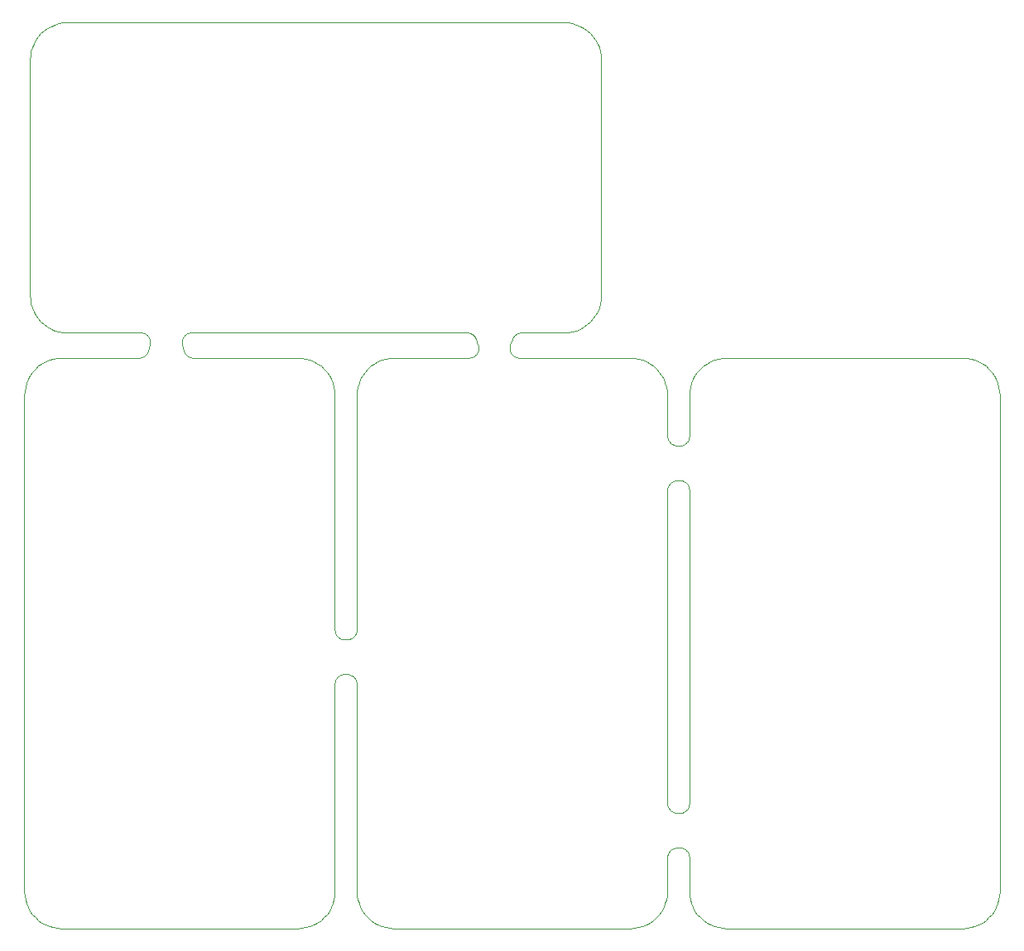
<source format=gko>
%MOIN*%
%OFA0B0*%
%FSLAX44Y44*%
%IPPOS*%
%LPD*%
%ADD10C,0*%
D10*
X00006730Y00024015D02*
X00006730Y00024015D01*
X00017811Y00024015D01*
X00017835Y00024015D01*
X00017859Y00024012D01*
X00017883Y00024009D01*
X00017907Y00024003D01*
X00017930Y00023997D01*
X00017953Y00023989D01*
X00017975Y00023979D01*
X00017997Y00023969D01*
X00018018Y00023956D01*
X00018038Y00023943D01*
X00018057Y00023929D01*
X00018076Y00023913D01*
X00018093Y00023896D01*
X00018109Y00023878D01*
X00018124Y00023859D01*
X00018139Y00023840D01*
X00018151Y00023819D01*
X00018163Y00023798D01*
X00018173Y00023776D01*
X00018182Y00023753D01*
X00018263Y00023525D01*
X00018274Y00023489D01*
X00018281Y00023452D01*
X00018285Y00023414D01*
X00018285Y00023377D01*
X00018282Y00023339D01*
X00018275Y00023302D01*
X00018264Y00023266D01*
X00018250Y00023231D01*
X00018233Y00023198D01*
X00018213Y00023166D01*
X00018190Y00023136D01*
X00018164Y00023109D01*
X00018136Y00023084D01*
X00018105Y00023062D01*
X00018073Y00023044D01*
X00018038Y00023028D01*
X00018003Y00023016D01*
X00017966Y00023007D01*
X00017929Y00023001D01*
X00017892Y00023000D01*
X00014885Y00023000D01*
X00014717Y00022990D01*
X00014552Y00022962D01*
X00014390Y00022915D01*
X00014234Y00022851D01*
X00014087Y00022770D01*
X00013950Y00022672D01*
X00013825Y00022560D01*
X00013713Y00022435D01*
X00013615Y00022298D01*
X00013534Y00022150D01*
X00013469Y00021995D01*
X00013423Y00021833D01*
X00013395Y00021667D01*
X00013385Y00021500D01*
X00013385Y00012042D01*
X00013384Y00012012D01*
X00013381Y00011982D01*
X00013375Y00011953D01*
X00013367Y00011924D01*
X00013357Y00011896D01*
X00013345Y00011869D01*
X00013331Y00011843D01*
X00013315Y00011818D01*
X00013297Y00011794D01*
X00013278Y00011771D01*
X00013256Y00011750D01*
X00013234Y00011731D01*
X00013209Y00011714D01*
X00013184Y00011698D01*
X00013157Y00011685D01*
X00013130Y00011673D01*
X00013102Y00011664D01*
X00013073Y00011657D01*
X00013043Y00011651D01*
X00013014Y00011649D01*
X00012915Y00011643D01*
X00012883Y00011643D01*
X00012851Y00011645D01*
X00012820Y00011649D01*
X00012788Y00011657D01*
X00012758Y00011666D01*
X00012728Y00011679D01*
X00012700Y00011693D01*
X00012673Y00011710D01*
X00012647Y00011729D01*
X00012623Y00011750D01*
X00012600Y00011773D01*
X00012580Y00011798D01*
X00012562Y00011824D01*
X00012545Y00011852D01*
X00012532Y00011880D01*
X00012520Y00011910D01*
X00012511Y00011941D01*
X00012505Y00011972D01*
X00012501Y00012004D01*
X00012499Y00012036D01*
X00012499Y00021500D01*
X00012490Y00021667D01*
X00012462Y00021833D01*
X00012415Y00021995D01*
X00012351Y00022150D01*
X00012270Y00022298D01*
X00012172Y00022435D01*
X00012060Y00022560D01*
X00011935Y00022672D01*
X00011798Y00022770D01*
X00011650Y00022851D01*
X00011495Y00022915D01*
X00011333Y00022962D01*
X00011167Y00022990D01*
X00011000Y00023000D01*
X00006797Y00023000D01*
X00006771Y00023000D01*
X00006746Y00023003D01*
X00006721Y00023007D01*
X00006696Y00023012D01*
X00006672Y00023020D01*
X00006648Y00023029D01*
X00006625Y00023039D01*
X00006603Y00023051D01*
X00006581Y00023064D01*
X00006560Y00023078D01*
X00006541Y00023094D01*
X00006522Y00023111D01*
X00006504Y00023130D01*
X00006488Y00023149D01*
X00006473Y00023169D01*
X00006459Y00023191D01*
X00006447Y00023213D01*
X00006436Y00023236D01*
X00006426Y00023259D01*
X00006419Y00023283D01*
X00006352Y00023512D01*
X00006344Y00023547D01*
X00006338Y00023583D01*
X00006336Y00023620D01*
X00006338Y00023656D01*
X00006343Y00023692D01*
X00006351Y00023728D01*
X00006362Y00023762D01*
X00006377Y00023796D01*
X00006395Y00023828D01*
X00006415Y00023858D01*
X00006438Y00023886D01*
X00006464Y00023912D01*
X00006492Y00023935D01*
X00006522Y00023956D01*
X00006554Y00023974D01*
X00006587Y00023988D01*
X00006622Y00024000D01*
X00006658Y00024009D01*
X00006694Y00024014D01*
X00006730Y00024015D01*
X00026771Y00019849D02*
X00026771Y00019849D01*
X00026770Y00019817D01*
X00026766Y00019784D01*
X00026759Y00019752D01*
X00026750Y00019721D01*
X00026738Y00019690D01*
X00026723Y00019661D01*
X00026706Y00019633D01*
X00026687Y00019606D01*
X00026666Y00019581D01*
X00026643Y00019558D01*
X00026618Y00019537D01*
X00026591Y00019519D01*
X00026563Y00019502D01*
X00026533Y00019488D01*
X00026503Y00019476D01*
X00026471Y00019467D01*
X00026439Y00019461D01*
X00026407Y00019457D01*
X00026374Y00019456D01*
X00026341Y00019457D01*
X00026243Y00019466D01*
X00026214Y00019470D01*
X00026185Y00019476D01*
X00026157Y00019484D01*
X00026130Y00019494D01*
X00026104Y00019506D01*
X00026078Y00019520D01*
X00026054Y00019536D01*
X00026030Y00019553D01*
X00026008Y00019572D01*
X00025988Y00019593D01*
X00025969Y00019615D01*
X00025952Y00019639D01*
X00025937Y00019664D01*
X00025923Y00019689D01*
X00025912Y00019716D01*
X00025902Y00019744D01*
X00025895Y00019772D01*
X00025890Y00019800D01*
X00025886Y00019829D01*
X00025885Y00019858D01*
X00025885Y00021500D01*
X00025876Y00021667D01*
X00025848Y00021833D01*
X00025801Y00021995D01*
X00025737Y00022150D01*
X00025655Y00022298D01*
X00025558Y00022435D01*
X00025446Y00022560D01*
X00025321Y00022672D01*
X00025183Y00022770D01*
X00025036Y00022851D01*
X00024881Y00022915D01*
X00024719Y00022962D01*
X00024553Y00022990D01*
X00024385Y00023000D01*
X00019935Y00023000D01*
X00019897Y00023001D01*
X00019860Y00023007D01*
X00019824Y00023016D01*
X00019788Y00023028D01*
X00019754Y00023044D01*
X00019721Y00023062D01*
X00019691Y00023084D01*
X00019663Y00023109D01*
X00019637Y00023136D01*
X00019613Y00023166D01*
X00019593Y00023198D01*
X00019576Y00023231D01*
X00019562Y00023266D01*
X00019552Y00023302D01*
X00019545Y00023339D01*
X00019542Y00023377D01*
X00019542Y00023414D01*
X00019546Y00023452D01*
X00019553Y00023489D01*
X00019564Y00023525D01*
X00019645Y00023753D01*
X00019654Y00023776D01*
X00019664Y00023798D01*
X00019675Y00023819D01*
X00019688Y00023840D01*
X00019702Y00023859D01*
X00019717Y00023878D01*
X00019734Y00023896D01*
X00019751Y00023913D01*
X00019769Y00023929D01*
X00019789Y00023943D01*
X00019809Y00023956D01*
X00019830Y00023969D01*
X00019852Y00023979D01*
X00019874Y00023989D01*
X00019897Y00023997D01*
X00019920Y00024003D01*
X00019944Y00024009D01*
X00019968Y00024012D01*
X00019992Y00024015D01*
X00020016Y00024015D01*
X00021728Y00024015D01*
X00021896Y00024025D01*
X00022062Y00024053D01*
X00022223Y00024099D01*
X00022379Y00024164D01*
X00022526Y00024245D01*
X00022663Y00024343D01*
X00022789Y00024455D01*
X00022901Y00024580D01*
X00022998Y00024717D01*
X00023079Y00024864D01*
X00023144Y00025020D01*
X00023190Y00025181D01*
X00023218Y00025347D01*
X00023228Y00025515D01*
X00023228Y00035015D01*
X00023218Y00035183D01*
X00023190Y00035349D01*
X00023144Y00035511D01*
X00023079Y00035666D01*
X00022998Y00035813D01*
X00022901Y00035950D01*
X00022789Y00036076D01*
X00022663Y00036188D01*
X00022526Y00036285D01*
X00022379Y00036367D01*
X00022223Y00036431D01*
X00022062Y00036478D01*
X00021896Y00036506D01*
X00021728Y00036515D01*
X00001728Y00036515D01*
X00001560Y00036506D01*
X00001394Y00036478D01*
X00001232Y00036431D01*
X00001077Y00036367D01*
X00000930Y00036285D01*
X00000793Y00036188D01*
X00000667Y00036076D01*
X00000555Y00035950D01*
X00000458Y00035813D01*
X00000376Y00035666D01*
X00000312Y00035511D01*
X00000265Y00035349D01*
X00000237Y00035183D01*
X00000228Y00035015D01*
X00000228Y00025515D01*
X00000237Y00025347D01*
X00000265Y00025181D01*
X00000312Y00025020D01*
X00000376Y00024864D01*
X00000458Y00024717D01*
X00000555Y00024580D01*
X00000667Y00024455D01*
X00000793Y00024343D01*
X00000930Y00024245D01*
X00001077Y00024164D01*
X00001232Y00024099D01*
X00001394Y00024053D01*
X00001560Y00024025D01*
X00001728Y00024015D01*
X00004670Y00024015D01*
X00004706Y00024014D01*
X00004742Y00024009D01*
X00004778Y00024000D01*
X00004812Y00023988D01*
X00004846Y00023974D01*
X00004877Y00023956D01*
X00004907Y00023935D01*
X00004935Y00023912D01*
X00004961Y00023886D01*
X00004984Y00023858D01*
X00005005Y00023828D01*
X00005023Y00023796D01*
X00005037Y00023762D01*
X00005049Y00023728D01*
X00005057Y00023692D01*
X00005062Y00023656D01*
X00005063Y00023620D01*
X00005061Y00023583D01*
X00005056Y00023547D01*
X00005048Y00023512D01*
X00004981Y00023283D01*
X00004973Y00023259D01*
X00004964Y00023236D01*
X00004953Y00023213D01*
X00004941Y00023191D01*
X00004927Y00023169D01*
X00004912Y00023149D01*
X00004895Y00023130D01*
X00004878Y00023111D01*
X00004859Y00023094D01*
X00004839Y00023078D01*
X00004819Y00023064D01*
X00004797Y00023051D01*
X00004775Y00023039D01*
X00004751Y00023029D01*
X00004728Y00023020D01*
X00004703Y00023012D01*
X00004679Y00023007D01*
X00004654Y00023003D01*
X00004628Y00023000D01*
X00004603Y00023000D01*
X00001500Y00023000D01*
X00001332Y00022990D01*
X00001166Y00022962D01*
X00001004Y00022915D01*
X00000849Y00022851D01*
X00000701Y00022770D01*
X00000564Y00022672D01*
X00000439Y00022560D01*
X00000327Y00022435D01*
X00000229Y00022298D01*
X00000148Y00022150D01*
X00000084Y00021995D01*
X00000037Y00021833D01*
X00000009Y00021667D01*
X00000000Y00021500D01*
X00000000Y00001499D01*
X00000009Y00001332D01*
X00000037Y00001166D01*
X00000084Y00001004D01*
X00000148Y00000849D01*
X00000229Y00000701D01*
X00000327Y00000564D01*
X00000439Y00000439D01*
X00000564Y00000327D01*
X00000701Y00000229D01*
X00000849Y00000148D01*
X00001004Y00000084D01*
X00001166Y00000037D01*
X00001332Y00000009D01*
X00001500Y00000000D01*
X00011000Y00000000D01*
X00011167Y00000009D01*
X00011333Y00000037D01*
X00011495Y00000084D01*
X00011650Y00000148D01*
X00011798Y00000229D01*
X00011935Y00000327D01*
X00012060Y00000439D01*
X00012172Y00000564D01*
X00012270Y00000701D01*
X00012351Y00000849D01*
X00012415Y00001004D01*
X00012462Y00001166D01*
X00012490Y00001332D01*
X00012499Y00001499D01*
X00012499Y00009852D01*
X00012501Y00009884D01*
X00012505Y00009916D01*
X00012511Y00009947D01*
X00012520Y00009978D01*
X00012532Y00010008D01*
X00012545Y00010037D01*
X00012562Y00010064D01*
X00012580Y00010090D01*
X00012600Y00010115D01*
X00012623Y00010138D01*
X00012647Y00010159D01*
X00012673Y00010178D01*
X00012700Y00010195D01*
X00012728Y00010210D01*
X00012758Y00010222D01*
X00012788Y00010232D01*
X00012820Y00010239D01*
X00012851Y00010243D01*
X00012883Y00010246D01*
X00012915Y00010245D01*
X00013014Y00010240D01*
X00013043Y00010237D01*
X00013073Y00010232D01*
X00013102Y00010224D01*
X00013130Y00010215D01*
X00013157Y00010203D01*
X00013184Y00010190D01*
X00013209Y00010174D01*
X00013234Y00010157D01*
X00013256Y00010138D01*
X00013278Y00010117D01*
X00013297Y00010094D01*
X00013315Y00010071D01*
X00013331Y00010046D01*
X00013345Y00010019D01*
X00013357Y00009992D01*
X00013367Y00009964D01*
X00013375Y00009935D01*
X00013381Y00009906D01*
X00013384Y00009876D01*
X00013385Y00009846D01*
X00013385Y00001499D01*
X00013395Y00001332D01*
X00013423Y00001166D01*
X00013469Y00001004D01*
X00013534Y00000849D01*
X00013615Y00000701D01*
X00013713Y00000564D01*
X00013825Y00000439D01*
X00013950Y00000327D01*
X00014087Y00000229D01*
X00014234Y00000148D01*
X00014390Y00000084D01*
X00014552Y00000037D01*
X00014717Y00000009D01*
X00014885Y00000000D01*
X00024385Y00000000D01*
X00024553Y00000009D01*
X00024719Y00000037D01*
X00024881Y00000084D01*
X00025036Y00000148D01*
X00025183Y00000229D01*
X00025321Y00000327D01*
X00025446Y00000439D01*
X00025558Y00000564D01*
X00025655Y00000701D01*
X00025737Y00000849D01*
X00025801Y00001004D01*
X00025848Y00001166D01*
X00025876Y00001332D01*
X00025885Y00001499D01*
X00025885Y00002852D01*
X00025886Y00002881D01*
X00025890Y00002910D01*
X00025895Y00002939D01*
X00025902Y00002967D01*
X00025912Y00002995D01*
X00025923Y00003021D01*
X00025937Y00003047D01*
X00025952Y00003072D01*
X00025969Y00003095D01*
X00025988Y00003118D01*
X00026008Y00003138D01*
X00026030Y00003158D01*
X00026054Y00003175D01*
X00026078Y00003191D01*
X00026104Y00003205D01*
X00026130Y00003217D01*
X00026157Y00003227D01*
X00026185Y00003235D01*
X00026214Y00003241D01*
X00026243Y00003244D01*
X00026341Y00003253D01*
X00026374Y00003255D01*
X00026407Y00003254D01*
X00026439Y00003250D01*
X00026471Y00003244D01*
X00026503Y00003235D01*
X00026533Y00003223D01*
X00026563Y00003209D01*
X00026591Y00003192D01*
X00026618Y00003173D01*
X00026643Y00003152D01*
X00026666Y00003129D01*
X00026687Y00003104D01*
X00026706Y00003078D01*
X00026723Y00003050D01*
X00026738Y00003020D01*
X00026750Y00002990D01*
X00026759Y00002959D01*
X00026766Y00002927D01*
X00026770Y00002894D01*
X00026771Y00002861D01*
X00026771Y00001499D01*
X00026781Y00001332D01*
X00026809Y00001166D01*
X00026855Y00001004D01*
X00026920Y00000849D01*
X00027001Y00000701D01*
X00027098Y00000564D01*
X00027210Y00000439D01*
X00027336Y00000327D01*
X00027473Y00000229D01*
X00027620Y00000148D01*
X00027776Y00000084D01*
X00027937Y00000037D01*
X00028103Y00000009D01*
X00028271Y00000000D01*
X00037771Y00000000D01*
X00037939Y00000009D01*
X00038105Y00000037D01*
X00038267Y00000084D01*
X00038422Y00000148D01*
X00038569Y00000229D01*
X00038706Y00000327D01*
X00038832Y00000439D01*
X00038944Y00000564D01*
X00039041Y00000701D01*
X00039123Y00000849D01*
X00039187Y00001004D01*
X00039234Y00001166D01*
X00039262Y00001332D01*
X00039271Y00001499D01*
X00039271Y00021500D01*
X00039262Y00021667D01*
X00039234Y00021833D01*
X00039187Y00021995D01*
X00039123Y00022150D01*
X00039041Y00022298D01*
X00038944Y00022435D01*
X00038832Y00022560D01*
X00038706Y00022672D01*
X00038569Y00022770D01*
X00038422Y00022851D01*
X00038267Y00022915D01*
X00038105Y00022962D01*
X00037939Y00022990D01*
X00037771Y00023000D01*
X00028271Y00023000D01*
X00028103Y00022990D01*
X00027937Y00022962D01*
X00027776Y00022915D01*
X00027620Y00022851D01*
X00027473Y00022770D01*
X00027336Y00022672D01*
X00027210Y00022560D01*
X00027098Y00022435D01*
X00027001Y00022298D01*
X00026920Y00022150D01*
X00026855Y00021995D01*
X00026809Y00021833D01*
X00026781Y00021667D01*
X00026771Y00021500D01*
X00026771Y00019849D01*
X00026771Y00005042D02*
X00026771Y00005042D01*
X00026770Y00005009D01*
X00026766Y00004977D01*
X00026759Y00004945D01*
X00026750Y00004913D01*
X00026738Y00004883D01*
X00026723Y00004854D01*
X00026706Y00004826D01*
X00026687Y00004799D01*
X00026666Y00004774D01*
X00026643Y00004751D01*
X00026618Y00004730D01*
X00026591Y00004711D01*
X00026563Y00004695D01*
X00026533Y00004680D01*
X00026503Y00004669D01*
X00026471Y00004660D01*
X00026439Y00004653D01*
X00026407Y00004649D01*
X00026374Y00004648D01*
X00026341Y00004650D01*
X00026243Y00004659D01*
X00026214Y00004663D01*
X00026185Y00004669D01*
X00026157Y00004677D01*
X00026130Y00004687D01*
X00026104Y00004699D01*
X00026078Y00004713D01*
X00026054Y00004728D01*
X00026030Y00004746D01*
X00026008Y00004765D01*
X00025988Y00004786D01*
X00025969Y00004808D01*
X00025952Y00004832D01*
X00025937Y00004856D01*
X00025923Y00004882D01*
X00025912Y00004909D01*
X00025902Y00004936D01*
X00025895Y00004965D01*
X00025890Y00004993D01*
X00025886Y00005022D01*
X00025885Y00005051D01*
X00025885Y00017660D01*
X00025886Y00017689D01*
X00025890Y00017718D01*
X00025895Y00017746D01*
X00025902Y00017774D01*
X00025912Y00017802D01*
X00025923Y00017829D01*
X00025937Y00017854D01*
X00025952Y00017879D01*
X00025969Y00017903D01*
X00025988Y00017925D01*
X00026008Y00017946D01*
X00026030Y00017965D01*
X00026054Y00017982D01*
X00026078Y00017998D01*
X00026104Y00018012D01*
X00026130Y00018024D01*
X00026157Y00018034D01*
X00026185Y00018042D01*
X00026214Y00018048D01*
X00026243Y00018052D01*
X00026341Y00018061D01*
X00026374Y00018062D01*
X00026407Y00018061D01*
X00026439Y00018058D01*
X00026471Y00018051D01*
X00026503Y00018042D01*
X00026533Y00018030D01*
X00026563Y00018016D01*
X00026591Y00018000D01*
X00026618Y00017981D01*
X00026643Y00017960D01*
X00026666Y00017937D01*
X00026687Y00017912D01*
X00026706Y00017885D01*
X00026723Y00017857D01*
X00026738Y00017828D01*
X00026750Y00017797D01*
X00026759Y00017766D01*
X00026766Y00017734D01*
X00026770Y00017701D01*
X00026771Y00017669D01*
X00026771Y00005042D01*
M02*
</source>
